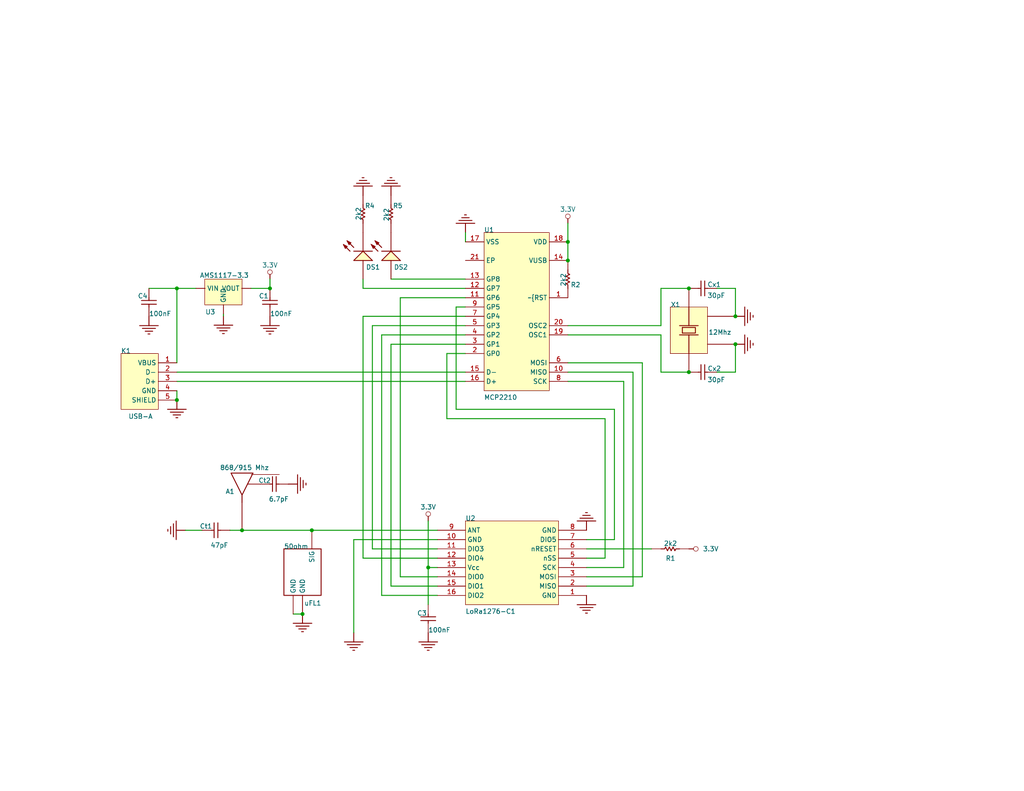
<source format=kicad_sch>
(kicad_sch (version 20210621) (generator eeschema)
  (paper "A")
  (lib_symbols
    (symbol "usb-evp-lora-altium-import:0_AMS1117"
      (property "Value" "0_AMS1117" (at 0 0 0))
      (symbol "0_AMS1117_1_0"
        (rectangle (start 5.08 2.54) (end -5.08 -4.5) (fill (type background)))
        (pin passive line (at 0 -7 90) (length 2.54) (name "GND") (number "1"))
        (pin passive line (at 7.4999 0 180) (length 2.54) (name "VOUT") (number "2"))
        (pin passive line (at -7.5 0 0) (length 2.54) (name "VIN") (number "3"))
      )
    )
    (symbol "usb-evp-lora-altium-import:0_M620720"
      (property "Value" "0_M620720" (at 0 0 0))
      (symbol "0_M620720_1_0"
        (polyline (pts (xy 0 0) (xy 0 2) (xy -3.0001 8) (xy 3 8) (xy 0 2)) (stroke (width 0.254)))
        (pin passive line (at 0 -7.62 90) (length 7.62) (name "ANT") (number "1"))
        (pin passive line (at 4.9999 4.9999 180) (length 3.5) (name "CAP") (number "2"))
        (pin power_in line (at 10.16 7.62 180) (length 7.62) (name "GND") (number "GND"))
      )
    )
    (symbol "usb-evp-lora-altium-import:0_USB-2.0-TYPE-A"
      (property "Value" "0_USB-2.0-TYPE-A" (at 0 0 0))
      (symbol "0_USB-2.0-TYPE-A_1_0"
        (rectangle (start 10.16 0) (end 0 -15.24) (fill (type background)))
        (pin passive line (at 15.24 -2.54 180) (length 5.08) (name "VBUS") (number "1"))
        (pin passive line (at 15.24 -5.08 180) (length 5.08) (name "D-") (number "2"))
        (pin passive line (at 15.24 -7.62 180) (length 5.08) (name "D+") (number "3"))
        (pin passive line (at 15.24 -10.16 180) (length 5.08) (name "GND") (number "4"))
        (pin passive line (at 15.24 -12.7 180) (length 5.08) (name "SHIELD") (number "5"))
      )
    )
    (symbol "usb-evp-lora-altium-import:1_CAP-0805"
      (property "Value" "1_CAP-0805" (at 0 0 0))
      (symbol "1_CAP-0805_1_0"
        (polyline (pts (xy -2.032 4.318) (xy 2.032 4.318)) (stroke (width 0.254)))
        (polyline (pts (xy 0 2.54) (xy 0 3.302)) (stroke (width 0.254)))
        (polyline (pts (xy 0 5.08) (xy 0 4.318)) (stroke (width 0.254)))
        (polyline (pts (xy 2.032 3.302) (xy -2.032 3.302)) (stroke (width 0.254)))
        (pin passive line (at 0 0 90) (length 2.54) (name "1") (number "1"))
        (pin passive line (at 0 7.62 270) (length 2.54) (name "2") (number "2"))
      )
    )
    (symbol "usb-evp-lora-altium-import:1_CRYSTAL"
      (property "Value" "1_CRYSTAL" (at 0 0 0))
      (symbol "1_CRYSTAL_1_0"
        (polyline (pts (xy -7.62 5.08) (xy -2.54 5.08)) (stroke (width 0.254)))
        (polyline (pts (xy -7.62 7.62) (xy -2.54 7.62)) (stroke (width 0.254)))
        (polyline (pts (xy -6.858 5.588) (xy -6.858 7.112)) (stroke (width 0.254)))
        (polyline (pts (xy -5.08 0) (xy -5.08 5.08)) (stroke (width 0.254)))
        (polyline (pts (xy -5.08 7.62) (xy -5.08 12.7)) (stroke (width 0.254)))
        (polyline (pts (xy -6.858 7.112) (xy -3.302 7.112) (xy -3.302 5.588) (xy -6.858 5.588)) (stroke (width 0.254)))
        (rectangle (start 0 12.7) (end -10.16 0) (fill (type background)))
        (pin passive line (at -5.08 -5.08 90) (length 5.08) (name "X1") (number "1"))
        (pin passive line (at 7.62 2.54 180) (length 7.62) (name "GND") (number "2"))
        (pin passive line (at -5.08 17.78 270) (length 5.08) (name "X2") (number "3"))
        (pin passive line (at 7.62 10.16 180) (length 7.62) (name "GND") (number "4"))
      )
    )
    (symbol "usb-evp-lora-altium-import:1_LED-0603"
      (property "Value" "1_LED-0603" (at 0 0 0))
      (symbol "1_LED-0603_1_0"
        (polyline (pts (xy -1.016 2.54) (xy -2.794 4.318)) (stroke (width 0.254)))
        (polyline (pts (xy 0 2.54) (xy 5.08 2.54)) (stroke (width 0.254)))
        (polyline (pts (xy 0 3.556) (xy -1.778 5.334)) (stroke (width 0.254)))
        (polyline (pts (xy -2.794 4.318) (xy -2.286 3.302) (xy -1.778 3.81) (xy -2.794 4.318)) (stroke (width 0.254)) (fill (type outline)))
        (polyline (pts (xy -1.778 5.334) (xy -1.27 4.318) (xy -0.762 4.826) (xy -1.778 5.334)) (stroke (width 0.254)) (fill (type outline)))
        (polyline (pts (xy 5.08 0) (xy 2.54 2.54) (xy 0 0) (xy 5.08 0)) (stroke (width 0.254)) (fill (type background)))
        (pin passive line (at 2.54 -5.08 90) (length 5.08) (name "A") (number "1"))
        (pin passive line (at 2.54 7.62 270) (length 5.08) (name "K") (number "2"))
      )
    )
    (symbol "usb-evp-lora-altium-import:1_RES-0603"
      (property "Value" "1_RES-0603" (at 0 0 0))
      (symbol "1_RES-0603_1_0"
        (polyline (pts (xy 2.54 5.08) (xy 2.54 4.064) (xy 3.048 3.81) (xy 2.032 3.302) (xy 3.048 2.794) (xy 2.032 2.286) (xy 3.048 1.778) (xy 2.032 1.27) (xy 2.54 1.016) (xy 2.54 0)) (stroke (width 0.254)))
        (pin passive line (at 2.54 -2.54 90) (length 2.54) (name "1") (number "1"))
        (pin passive line (at 2.54 7.62 270) (length 2.54) (name "2") (number "2"))
      )
    )
    (symbol "usb-evp-lora-altium-import:2_CAP-0402"
      (property "Value" "2_CAP-0402" (at 0 0 0))
      (symbol "2_CAP-0402_1_0"
        (polyline (pts (xy -5.08 0) (xy -4.318 0)) (stroke (width 0.254)))
        (polyline (pts (xy -4.318 -2.032) (xy -4.318 2.032)) (stroke (width 0.254)))
        (polyline (pts (xy -3.302 2.032) (xy -3.302 -2.032)) (stroke (width 0.254)))
        (polyline (pts (xy -2.54 0) (xy -3.302 0)) (stroke (width 0.254)))
        (pin passive line (at 0 0 180) (length 2.54) (name "1") (number "1"))
        (pin passive line (at -7.62 0 0) (length 2.54) (name "2") (number "2"))
      )
    )
    (symbol "usb-evp-lora-altium-import:2_CAP-0603"
      (property "Value" "2_CAP-0603" (at 0 0 0))
      (symbol "2_CAP-0603_1_0"
        (polyline (pts (xy -5.08 0) (xy -4.318 0)) (stroke (width 0.254)))
        (polyline (pts (xy -4.318 -2.032) (xy -4.318 2.032)) (stroke (width 0.254)))
        (polyline (pts (xy -3.302 2.032) (xy -3.302 -2.032)) (stroke (width 0.254)))
        (polyline (pts (xy -2.54 0) (xy -3.302 0)) (stroke (width 0.254)))
        (pin passive line (at 0 0 180) (length 2.54) (name "1") (number "1"))
        (pin passive line (at -7.62 0 0) (length 2.54) (name "2") (number "2"))
      )
    )
    (symbol "usb-evp-lora-altium-import:2_MCP2210"
      (property "Value" "2_MCP2210" (at 0 0 0))
      (symbol "2_MCP2210_1_0"
        (rectangle (start 0 43.18) (end -17.78 0) (fill (type background)))
        (pin input line (at 5.08 25.4 180) (length 5.08) (name "~{RST") (number "1"))
        (pin input line (at 5.08 5.08 180) (length 5.08) (name "MISO") (number "10"))
        (pin bidirectional line (at -22.86 25.4 0) (length 5.08) (name "GP6") (number "11"))
        (pin bidirectional line (at -22.86 27.94 0) (length 5.08) (name "GP7") (number "12"))
        (pin bidirectional line (at -22.86 30.48 0) (length 5.08) (name "GP8") (number "13"))
        (pin power_in line (at 5.08 35.56 180) (length 5.08) (name "VUSB") (number "14"))
        (pin bidirectional line (at -22.86 5.08 0) (length 5.08) (name "D-") (number "15"))
        (pin bidirectional line (at -22.86 2.54 0) (length 5.08) (name "D+") (number "16"))
        (pin power_in line (at -22.86 40.64 0) (length 5.08) (name "VSS") (number "17"))
        (pin power_in line (at 5.08 40.64 180) (length 5.08) (name "VDD") (number "18"))
        (pin input line (at 5.08 15.24 180) (length 5.08) (name "OSC1") (number "19"))
        (pin bidirectional line (at -22.86 10.16 0) (length 5.08) (name "GP0") (number "2"))
        (pin output line (at 5.08 17.78 180) (length 5.08) (name "OSC2") (number "20"))
        (pin passive line (at -22.86 35.56 0) (length 5.08) (name "EP") (number "21"))
        (pin bidirectional line (at -22.86 12.7 0) (length 5.08) (name "GP1") (number "3"))
        (pin bidirectional line (at -22.86 15.24 0) (length 5.08) (name "GP2") (number "4"))
        (pin bidirectional line (at -22.86 17.78 0) (length 5.08) (name "GP3") (number "5"))
        (pin output line (at 5.08 7.62 180) (length 5.08) (name "MOSI") (number "6"))
        (pin bidirectional line (at -22.86 20.32 0) (length 5.08) (name "GP4") (number "7"))
        (pin output line (at 5.08 2.54 180) (length 5.08) (name "SCK") (number "8"))
        (pin bidirectional line (at -22.86 22.86 0) (length 5.08) (name "GP5") (number "9"))
      )
    )
    (symbol "usb-evp-lora-altium-import:2_NICERF-1276-C1"
      (property "Value" "2_NICERF-1276-C1" (at 0 0 0))
      (symbol "2_NICERF-1276-C1_1_0"
        (rectangle (start 12.7 12.7) (end -12.7 -10.16) (fill (type background)))
        (pin passive line (at 20.32 -7.62 180) (length 7.62) (name "GND") (number "1"))
        (pin passive line (at -20.32 7.62 0) (length 7.62) (name "GND") (number "10"))
        (pin passive line (at -20.32 5.08 0) (length 7.62) (name "DIO3") (number "11"))
        (pin passive line (at -20.32 2.54 0) (length 7.62) (name "DIO4") (number "12"))
        (pin passive line (at -20.32 0 0) (length 7.62) (name "Vcc") (number "13"))
        (pin passive line (at -20.32 -2.54 0) (length 7.62) (name "DIO0") (number "14"))
        (pin passive line (at -20.32 -5.08 0) (length 7.62) (name "DIO1") (number "15"))
        (pin passive line (at -20.32 -7.62 0) (length 7.62) (name "DIO2") (number "16"))
        (pin passive line (at 20.32 -5.08 180) (length 7.62) (name "MISO") (number "2"))
        (pin passive line (at 20.32 -2.54 180) (length 7.62) (name "MOSI") (number "3"))
        (pin passive line (at 20.32 0 180) (length 7.62) (name "SCK") (number "4"))
        (pin passive line (at 20.32 2.54 180) (length 7.62) (name "nSS") (number "5"))
        (pin passive line (at 20.32 5.08 180) (length 7.62) (name "nRESET") (number "6"))
        (pin passive line (at 20.32 7.62 180) (length 7.62) (name "DIO5") (number "7"))
        (pin passive line (at 20.32 10.16 180) (length 7.62) (name "GND") (number "8"))
        (pin passive line (at -20.32 10.16 0) (length 7.62) (name "ANT") (number "9"))
      )
    )
    (symbol "usb-evp-lora-altium-import:2_RES-0603"
      (property "Value" "2_RES-0603" (at 0 0 0))
      (symbol "2_RES-0603_1_0"
        (polyline (pts (xy -5.08 2.54) (xy -4.064 2.54) (xy -3.81 3.048) (xy -3.302 2.032) (xy -2.794 3.048) (xy -2.286 2.032) (xy -1.778 3.048) (xy -1.27 2.032) (xy -1.016 2.54) (xy 0 2.54)) (stroke (width 0.254)))
        (pin passive line (at 2.54 2.54 180) (length 2.54) (name "1") (number "1"))
        (pin passive line (at -7.62 2.54 0) (length 2.54) (name "2") (number "2"))
      )
    )
    (symbol "usb-evp-lora-altium-import:3.3V" (power)
      (property "Reference" "#PWR" (at 0 0 0))
      (property "Value" "3.3V" (at 0 3.81 0))
      (symbol "3.3V_0_0"
        (circle (center 0 -1.905) (radius 0.635) (stroke (width 0.127)))
        (polyline (pts (xy 0 0) (xy 0 -1.27)) (stroke (width 0.254)))
        (pin power_in line (at 0 0 0) (length 0) hide (name "3.3V") (number ""))
      )
    )
    (symbol "usb-evp-lora-altium-import:3_RES-0603"
      (property "Value" "3_RES-0603" (at 0 0 0))
      (symbol "3_RES-0603_1_0"
        (polyline (pts (xy -2.54 -5.08) (xy -2.54 -4.064) (xy -3.048 -3.81) (xy -2.032 -3.302) (xy -3.048 -2.794) (xy -2.032 -2.286) (xy -3.048 -1.778) (xy -2.032 -1.27) (xy -2.54 -1.016) (xy -2.54 0)) (stroke (width 0.254)))
        (pin passive line (at -2.54 2.54 270) (length 2.54) (name "1") (number "1"))
        (pin passive line (at -2.54 -7.62 90) (length 2.54) (name "2") (number "2"))
      )
    )
    (symbol "usb-evp-lora-altium-import:3_uFL"
      (property "Value" "3_uFL" (at 0 0 0))
      (symbol "3_uFL_1_0"
        (polyline (pts (xy -10.16 0) (xy 0 0) (xy 0 -12.7) (xy -10.16 -12.7) (xy -10.16 0)) (stroke (width 0.254)))
        (pin power_in line (at -5.08 -17.78 90) (length 5.08) (name "GND") (number "1"))
        (pin power_in line (at -7.62 -17.78 90) (length 5.08) (name "GND") (number "2"))
        (pin passive line (at -2.54 5.08 270) (length 5.08) (name "SIG") (number "3"))
      )
    )
    (symbol "usb-evp-lora-altium-import:GND" (power)
      (property "Reference" "#PWR" (at 0 0 0))
      (property "Value" "GND" (at 0 6.35 0))
      (symbol "GND_0_0"
        (polyline (pts (xy -2.54 -2.54) (xy 2.54 -2.54)) (stroke (width 0.254)))
        (polyline (pts (xy -1.778 -3.302) (xy 1.778 -3.302)) (stroke (width 0.254)))
        (polyline (pts (xy -1.016 -4.064) (xy 1.016 -4.064)) (stroke (width 0.254)))
        (polyline (pts (xy -0.254 -4.826) (xy 0.254 -4.826)) (stroke (width 0.254)))
        (polyline (pts (xy 0 0) (xy 0 -2.54)) (stroke (width 0.254)))
        (pin power_in line (at 0 0 0) (length 0) hide (name "GND") (number ""))
      )
    )
  )
  (junction (at 187.96 101.6))
  (junction (at 187.96 78.74))
  (junction (at 82.5398 167.64))
  (junction (at 48.26 78.74))
  (junction (at 85.0798 144.78))
  (junction (at 48.26 109.22))
  (junction (at 200.66 86.36))
  (junction (at 154.94 71.12))
  (junction (at 73.66 78.74))
  (junction (at 200.66 93.98))
  (junction (at 66.04 144.78))
  (junction (at 116.84 154.94))
  (junction (at 154.94 66.04))
  (wire (pts (xy 104.14 91.44) (xy 104.14 162.56)) (stroke (width 0.254)))
  (wire (pts (xy 106.68 93.98) (xy 106.68 160.02)) (stroke (width 0.254)))
  (wire (pts (xy 106.68 76.2) (xy 127 76.2)) (stroke (width 0.254)))
  (wire (pts (xy 50.62 144.7803) (xy 55.12 144.7803)) (stroke (width 0.254)))
  (wire (pts (xy 175.26 157.48) (xy 175.26 99.06)) (stroke (width 0.254)))
  (wire (pts (xy 160.02 147.32) (xy 167.64 147.32)) (stroke (width 0.254)))
  (wire (pts (xy 180.34 88.9) (xy 180.34 78.74)) (stroke (width 0.254)))
  (wire (pts (xy 127 91.44) (xy 104.14 91.44)) (stroke (width 0.254)))
  (wire (pts (xy 127 81.28) (xy 109.22 81.28)) (stroke (width 0.254)))
  (wire (pts (xy 109.22 81.28) (xy 109.22 157.48)) (stroke (width 0.254)))
  (wire (pts (xy 99.06 78.74) (xy 99.06 76.2)) (stroke (width 0.254)))
  (wire (pts (xy 121.92 96.52) (xy 127 96.52)) (stroke (width 0.254)))
  (wire (pts (xy 200.66 78.74) (xy 195.58 78.74)) (stroke (width 0.254)))
  (wire (pts (xy 48.26 78.74) (xy 53.46 78.74)) (stroke (width 0.254)))
  (wire (pts (xy 160.02 152.4) (xy 165.1 152.4)) (stroke (width 0.254)))
  (wire (pts (xy 127 66.04) (xy 127 63.5)) (stroke (width 0.254)))
  (wire (pts (xy 175.26 99.06) (xy 154.94 99.06)) (stroke (width 0.254)))
  (wire (pts (xy 121.92 114.3) (xy 121.92 96.52)) (stroke (width 0.254)))
  (wire (pts (xy 154.94 66.04) (xy 154.94 60.96)) (stroke (width 0.254)))
  (wire (pts (xy 48.26 78.74) (xy 40.64 78.74)) (stroke (width 0.254)))
  (wire (pts (xy 172.72 101.6) (xy 154.94 101.6)) (stroke (width 0.254)))
  (wire (pts (xy 180.34 101.6) (xy 180.34 91.44)) (stroke (width 0.254)))
  (wire (pts (xy 200.66 101.6) (xy 195.58 101.6)) (stroke (width 0.254)))
  (wire (pts (xy 154.94 71.12) (xy 154.94 66.04)) (stroke (width 0.254)))
  (wire (pts (xy 116.84 154.94) (xy 116.84 142.24)) (stroke (width 0.254)))
  (wire (pts (xy 170.18 154.94) (xy 170.18 104.14)) (stroke (width 0.254)))
  (wire (pts (xy 101.6 149.86) (xy 101.6 88.9)) (stroke (width 0.254)))
  (wire (pts (xy 127 104.14) (xy 48.26 104.14)) (stroke (width 0.254)))
  (wire (pts (xy 200.66 86.36) (xy 200.66 78.74)) (stroke (width 0.254)))
  (wire (pts (xy 170.18 104.14) (xy 154.94 104.14)) (stroke (width 0.254)))
  (wire (pts (xy 106.68 160.02) (xy 119.38 160.02)) (stroke (width 0.254)))
  (wire (pts (xy 200.66 93.98) (xy 200.66 101.6)) (stroke (width 0.254)))
  (wire (pts (xy 99.06 152.4) (xy 99.06 86.36)) (stroke (width 0.254)))
  (wire (pts (xy 68.4599 78.74) (xy 73.66 78.74)) (stroke (width 0.254)))
  (wire (pts (xy 101.6 88.9) (xy 127 88.9)) (stroke (width 0.254)))
  (wire (pts (xy 73.66 78.74) (xy 73.66 76.2)) (stroke (width 0.254)))
  (wire (pts (xy 124.46 83.82) (xy 127 83.82)) (stroke (width 0.254)))
  (wire (pts (xy 79.9998 167.64) (xy 82.5398 167.64)) (stroke (width 0.254)))
  (wire (pts (xy 127 101.6) (xy 48.26 101.6)) (stroke (width 0.254)))
  (wire (pts (xy 62.74 144.7803) (xy 62.74 144.78)) (stroke (width 0.254)))
  (wire (pts (xy 99.06 86.36) (xy 127 86.36)) (stroke (width 0.254)))
  (wire (pts (xy 66.04 144.78) (xy 85.0798 144.78)) (stroke (width 0.254)))
  (wire (pts (xy 154.94 88.9) (xy 180.34 88.9)) (stroke (width 0.254)))
  (wire (pts (xy 116.84 165.1) (xy 116.84 154.94)) (stroke (width 0.254)))
  (wire (pts (xy 180.34 78.74) (xy 187.96 78.74)) (stroke (width 0.254)))
  (wire (pts (xy 96.52 147.32) (xy 96.52 172.72)) (stroke (width 0.254)))
  (wire (pts (xy 124.46 111.76) (xy 124.46 83.82)) (stroke (width 0.254)))
  (wire (pts (xy 177.8 149.86) (xy 160.02 149.86)) (stroke (width 0.254)))
  (wire (pts (xy 165.1 114.3) (xy 121.92 114.3)) (stroke (width 0.254)))
  (wire (pts (xy 187.96 101.6) (xy 180.34 101.6)) (stroke (width 0.254)))
  (wire (pts (xy 60.96 86.24) (xy 60.96 85.74)) (stroke (width 0.254)))
  (wire (pts (xy 127 93.98) (xy 106.68 93.98)) (stroke (width 0.254)))
  (wire (pts (xy 160.02 157.48) (xy 175.26 157.48)) (stroke (width 0.254)))
  (wire (pts (xy 48.26 109.22) (xy 48.26 106.68)) (stroke (width 0.254)))
  (wire (pts (xy 160.02 154.94) (xy 170.18 154.94)) (stroke (width 0.254)))
  (wire (pts (xy 180.34 91.44) (xy 154.94 91.44)) (stroke (width 0.254)))
  (wire (pts (xy 109.22 157.48) (xy 119.38 157.48)) (stroke (width 0.254)))
  (wire (pts (xy 172.72 160.02) (xy 172.72 101.6)) (stroke (width 0.254)))
  (wire (pts (xy 167.64 111.76) (xy 124.46 111.76)) (stroke (width 0.254)))
  (wire (pts (xy 165.1 152.4) (xy 165.1 114.3)) (stroke (width 0.254)))
  (wire (pts (xy 119.38 147.32) (xy 96.52 147.32)) (stroke (width 0.254)))
  (wire (pts (xy 116.84 154.94) (xy 119.38 154.94)) (stroke (width 0.254)))
  (wire (pts (xy 119.38 149.86) (xy 101.6 149.86)) (stroke (width 0.254)))
  (wire (pts (xy 167.64 147.32) (xy 167.64 111.76)) (stroke (width 0.254)))
  (wire (pts (xy 104.14 162.56) (xy 119.38 162.56)) (stroke (width 0.254)))
  (wire (pts (xy 119.38 152.4) (xy 99.06 152.4)) (stroke (width 0.254)))
  (wire (pts (xy 127 78.74) (xy 99.06 78.74)) (stroke (width 0.254)))
  (wire (pts (xy 85.0798 144.78) (xy 119.38 144.78)) (stroke (width 0.254)))
  (wire (pts (xy 48.26 99.06) (xy 48.26 78.74)) (stroke (width 0.254)))
  (wire (pts (xy 62.74 144.78) (xy 66.04 144.78)) (stroke (width 0.254)))
  (wire (pts (xy 160.02 160.02) (xy 172.72 160.02)) (stroke (width 0.254)))
  (symbol (lib_id "usb-evp-lora-altium-import:GND") (at 160.02 162.56 0) (unit 1)
    (property "Reference" "#PWR?" (effects hide))
    (property "Value" "GND" (effects hide))
  )
  (symbol (lib_id "usb-evp-lora-altium-import:GND") (at 200.66 93.98 90) (unit 1)
    (property "Reference" "#PWR?" (effects hide))
    (property "Value" "GND" (effects hide))
  )
  (symbol (lib_id "usb-evp-lora-altium-import:GND") (at 48.26 109.22 0) (unit 1)
    (property "Reference" "#PWR?" (effects hide))
    (property "Value" "GND" (effects hide))
  )
  (symbol (lib_id "usb-evp-lora-altium-import:GND") (at 40.64 86.36 0) (unit 1)
    (property "Reference" "#PWR?" (effects hide))
    (property "Value" "GND" (effects hide))
  )
  (symbol (lib_id "usb-evp-lora-altium-import:GND") (at 78.6599 132.1601 90) (unit 1)
    (property "Reference" "#PWR?" (effects hide))
    (property "Value" "GND" (effects hide))
  )
  (symbol (lib_id "usb-evp-lora-altium-import:GND") (at 82.5398 167.64 0) (unit 1)
    (property "Reference" "#PWR?" (effects hide))
    (property "Value" "GND" (effects hide))
  )
  (symbol (lib_id "usb-evp-lora-altium-import:1_CAP-0805") (at 40.64 86.36 0) (unit 1)
    (property "Reference" "C4" (at 37.592 81.534 0) (effects (justify left bottom)))
    (property "Value" "100nF" (at 40.64 86.36 0) (effects (justify left bottom)))
    (property "Footprint" "CAPC2013X88X50NL20T25" (effects hide))
  )
  (symbol (lib_id "usb-evp-lora-altium-import:1_LED-0603") (at 104.14 71.12 0) (unit 1)
    (property "Reference" "DS2" (at 107.442 73.66 0) (effects (justify left bottom)))
    (property "Value" "LED-0603" (effects hide))
    (property "Footprint" "VISH-TLMX1100-2_V" (effects hide))
  )
  (symbol (lib_id "usb-evp-lora-altium-import:GND") (at 116.84 172.72 0) (unit 1)
    (property "Reference" "#PWR?" (effects hide))
    (property "Value" "GND" (effects hide))
  )
  (symbol (lib_id "usb-evp-lora-altium-import:GND") (at 60.96 86.24 0) (unit 1)
    (property "Reference" "#PWR?" (effects hide))
    (property "Value" "GND" (effects hide))
  )
  (symbol (lib_id "usb-evp-lora-altium-import:1_RES-0603") (at 96.52 60.96 0) (unit 1)
    (property "Reference" "R4" (at 99.568 56.896 0) (effects (justify left bottom)))
    (property "Value" "2k2" (at 98.552 60.198 90) (effects (justify left bottom)))
    (property "Footprint" "RESC1608X55X30LL15T15" (effects hide))
    (property "MOUNTING STYLE" "Surface Mount" (effects hide))
  )
  (symbol (lib_id "usb-evp-lora-altium-import:0_M620720") (at 66.04 137.16 0) (unit 1)
    (property "Reference" "A1" (at 61.4998 134.9002 0) (effects (justify left bottom)))
    (property "Value" "868/915 Mhz" (at 59.9998 128.4002 0) (effects (justify left bottom)))
    (property "Footprint" "M620720" (effects hide))
  )
  (symbol (lib_id "usb-evp-lora-altium-import:GND") (at 106.68 53.34 180) (unit 1)
    (property "Reference" "#PWR?" (effects hide))
    (property "Value" "GND" (effects hide))
  )
  (symbol (lib_id "usb-evp-lora-altium-import:2_CAP-0603") (at 195.58 101.6 0) (unit 1)
    (property "Reference" "Cx2" (at 193.04 101.346 0) (effects (justify left bottom)))
    (property "Value" "30pF" (at 192.9996 104.4003 0) (effects (justify left bottom)))
    (property "Footprint" "PCB-ek4stckt8htl49c36kec-1" (effects hide))
  )
  (symbol (lib_id "usb-evp-lora-altium-import:2_NICERF-1276-C1") (at 139.7 154.94 0) (unit 1)
    (property "Reference" "U2" (at 127 142.24 0) (effects (justify left bottom)))
    (property "Value" "LoRa1276-C1" (at 127 167.64 0) (effects (justify left bottom)))
    (property "Footprint" "PCB-a2va5fqqikhnlzod9i25-1" (effects hide))
  )
  (symbol (lib_id "usb-evp-lora-altium-import:GND") (at 99.06 53.34 180) (unit 1)
    (property "Reference" "#PWR?" (effects hide))
    (property "Value" "GND" (effects hide))
  )
  (symbol (lib_id "usb-evp-lora-altium-import:1_CAP-0805") (at 73.66 86.36 0) (unit 1)
    (property "Reference" "C1" (at 70.612 81.534 0) (effects (justify left bottom)))
    (property "Value" "100nF" (at 73.66 86.36 0) (effects (justify left bottom)))
    (property "Footprint" "CAPC2013X88X50NL20T25" (effects hide))
  )
  (symbol (lib_id "usb-evp-lora-altium-import:0_USB-2.0-TYPE-A") (at 33.02 96.52 0) (unit 1)
    (property "Reference" "K1" (at 33.02 96.52 0) (effects (justify left bottom)))
    (property "Value" "USB-A" (at 34.9999 114.4003 0) (effects (justify left bottom)))
    (property "Footprint" "USB-A-H" (effects hide))
  )
  (symbol (lib_id "usb-evp-lora-altium-import:GND") (at 73.66 86.36 0) (unit 1)
    (property "Reference" "#PWR?" (effects hide))
    (property "Value" "GND" (effects hide))
  )
  (symbol (lib_id "usb-evp-lora-altium-import:3.3V") (at 116.84 142.24 180) (unit 1)
    (property "Reference" "#PWR?" (effects hide))
    (property "Value" "3.3V" (at 116.84 138.43 0))
  )
  (symbol (lib_id "usb-evp-lora-altium-import:3.3V") (at 73.66 76.2 180) (unit 1)
    (property "Reference" "#PWR?" (effects hide))
    (property "Value" "3.3V" (at 73.66 72.39 0))
  )
  (symbol (lib_id "usb-evp-lora-altium-import:3_uFL") (at 87.6198 149.86 0) (unit 1)
    (property "Reference" "uFL1" (at 82.9998 165.4002 0) (effects (justify left bottom)))
    (property "Value" "50ohm" (at 77.4998 149.9002 0) (effects (justify left bottom)))
    (property "Footprint" "HRS-U.FL-R-SMT_V" (effects hide))
  )
  (symbol (lib_id "usb-evp-lora-altium-import:3_RES-0603") (at 157.48 73.66 0) (unit 1)
    (property "Reference" "R2" (at 155.702 78.486 0) (effects (justify left bottom)))
    (property "Value" "2k2" (at 154.432 78.232 90) (effects (justify left bottom)))
    (property "Footprint" "RESC1608X55X30LL15T15" (effects hide))
    (property "MOUNTING STYLE" "Surface Mount" (effects hide))
  )
  (symbol (lib_id "usb-evp-lora-altium-import:3.3V") (at 154.94 60.96 180) (unit 1)
    (property "Reference" "#PWR?" (effects hide))
    (property "Value" "3.3V" (at 154.94 57.15 0))
  )
  (symbol (lib_id "usb-evp-lora-altium-import:0_AMS1117") (at 60.96 78.74 0) (unit 1)
    (property "Reference" "U3" (at 55.9998 85.9003 0) (effects (justify left bottom)))
    (property "Value" "AMS1117-3.3" (at 54.4998 75.9003 0) (effects (justify left bottom)))
    (property "Footprint" "MP04A_N" (effects hide))
  )
  (symbol (lib_id "usb-evp-lora-altium-import:1_RES-0603") (at 104.14 60.96 0) (unit 1)
    (property "Reference" "R5" (at 107.188 56.896 0) (effects (justify left bottom)))
    (property "Value" "2k2" (at 106.172 60.452 90) (effects (justify left bottom)))
    (property "Footprint" "RESC1608X55X30LL15T15" (effects hide))
    (property "MOUNTING STYLE" "Surface Mount" (effects hide))
  )
  (symbol (lib_id "usb-evp-lora-altium-import:2_CAP-0402") (at 62.74 144.7803 0) (unit 1)
    (property "Reference" "Ct1" (at 54.4998 144.4002 0) (effects (justify left bottom)))
    (property "Value" "47pF" (at 57.406 149.6063 0) (effects (justify left bottom)))
    (property "Footprint" "SMD0402" (effects hide))
  )
  (symbol (lib_id "usb-evp-lora-altium-import:GND") (at 160.02 144.78 180) (unit 1)
    (property "Reference" "#PWR?" (effects hide))
    (property "Value" "GND" (effects hide))
  )
  (symbol (lib_id "usb-evp-lora-altium-import:2_RES-0603") (at 185.42 152.4 0) (unit 1)
    (property "Reference" "R1" (at 181.61 153.162 0) (effects (justify left bottom)))
    (property "Value" "2k2" (at 181.102 149.098 0) (effects (justify left bottom)))
    (property "Footprint" "RESC1608X55X30LL15T15" (effects hide))
    (property "MOUNTING STYLE" "Surface Mount" (effects hide))
  )
  (symbol (lib_id "usb-evp-lora-altium-import:1_CRYSTAL") (at 193.04 96.52 0) (unit 1)
    (property "Reference" "X1" (at 182.9996 83.9003 0) (effects (justify left bottom)))
    (property "Value" "12Mhz" (at 193.294 91.44 0) (effects (justify left bottom)))
    (property "Footprint" "PCB-o7tdnptwbjgdfbskc48q-1" (effects hide))
  )
  (symbol (lib_id "usb-evp-lora-altium-import:1_LED-0603") (at 96.52 71.12 0) (unit 1)
    (property "Reference" "DS1" (at 99.822 73.66 0) (effects (justify left bottom)))
    (property "Value" "LED-0603" (effects hide))
    (property "Footprint" "VISH-TLMX1100-2_V" (effects hide))
  )
  (symbol (lib_id "usb-evp-lora-altium-import:GND") (at 200.66 86.36 90) (unit 1)
    (property "Reference" "#PWR?" (effects hide))
    (property "Value" "GND" (effects hide))
  )
  (symbol (lib_id "usb-evp-lora-altium-import:GND") (at 96.52 172.72 0) (unit 1)
    (property "Reference" "#PWR?" (effects hide))
    (property "Value" "GND" (effects hide))
  )
  (symbol (lib_id "usb-evp-lora-altium-import:2_CAP-0603") (at 195.58 78.74 0) (unit 1)
    (property "Reference" "Cx1" (at 192.9996 78.4003 0) (effects (justify left bottom)))
    (property "Value" "30pF" (at 192.9996 81.4003 0) (effects (justify left bottom)))
    (property "Footprint" "PCB-ek4stckt8htl49c36kec-1" (effects hide))
  )
  (symbol (lib_id "usb-evp-lora-altium-import:GND") (at 50.62 144.7803 270) (unit 1)
    (property "Reference" "#PWR?" (effects hide))
    (property "Value" "GND" (effects hide))
  )
  (symbol (lib_id "usb-evp-lora-altium-import:2_MCP2210") (at 149.86 106.68 0) (unit 1)
    (property "Reference" "U1" (at 132.08 63.5 0) (effects (justify left bottom)))
    (property "Value" "MCP2210" (at 132.08 109.22 0) (effects (justify left bottom)))
    (property "Footprint" "QFN-MQ20_N" (effects hide))
    (property "MANUFACTURER PART NUMBER" "MCP2210-I/MQ" (effects hide))
    (property "DATA RATE" "12000000.0 bps" (effects hide))
    (property "LEAD-FREE STATUS" "Lead Free" (effects hide))
    (property "LIFECYCLE STATUS" "Active" (effects hide))
    (property "MOUNTING STYLE" "Surface Mount" (effects hide))
    (property "NUMBER OF PINS" "20" (effects hide))
    (property "ROHS" "Compliant" (effects hide))
  )
  (symbol (lib_id "usb-evp-lora-altium-import:1_CAP-0805") (at 116.84 172.72 0) (unit 1)
    (property "Reference" "C3" (at 113.792 168.148 0) (effects (justify left bottom)))
    (property "Value" "100nF" (at 116.84 172.72 0) (effects (justify left bottom)))
    (property "Footprint" "CAPC2013X88X50NL20T25" (effects hide))
  )
  (symbol (lib_id "usb-evp-lora-altium-import:GND") (at 127 63.5 180) (unit 1)
    (property "Reference" "#PWR?" (effects hide))
    (property "Value" "GND" (effects hide))
  )
  (symbol (lib_id "usb-evp-lora-altium-import:2_CAP-0402") (at 78.6599 132.1601 0) (unit 1)
    (property "Reference" "Ct2" (at 70.4998 131.9002 0) (effects (justify left bottom)))
    (property "Value" "6.7pF" (at 73.3259 136.9861 0) (effects (justify left bottom)))
    (property "Footprint" "SMD0402" (effects hide))
  )
  (symbol (lib_id "usb-evp-lora-altium-import:3.3V") (at 187.96 149.86 90) (unit 1)
    (property "Reference" "#PWR?" (effects hide))
    (property "Value" "3.3V" (at 191.77 149.86 90) (effects (justify right)))
  )
)
</source>
